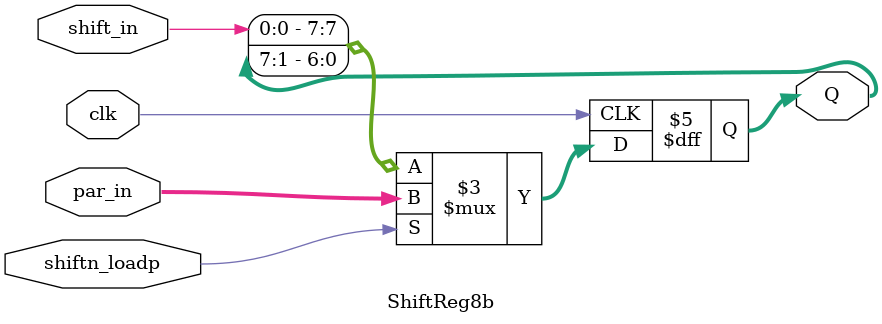
<source format=v>
module ShiftReg8b(
    input       clk,
    input       shiftn_loadp,
    input       shift_in,
    input [7:0] par_in,
    output  reg [7:0] Q
);

always @(posedge clk) begin
    if(shiftn_loadp) begin
        Q <= par_in;
    end
    else begin
        Q <= {shift_in, Q[7:1]}; 
    end
end
endmodule
</source>
